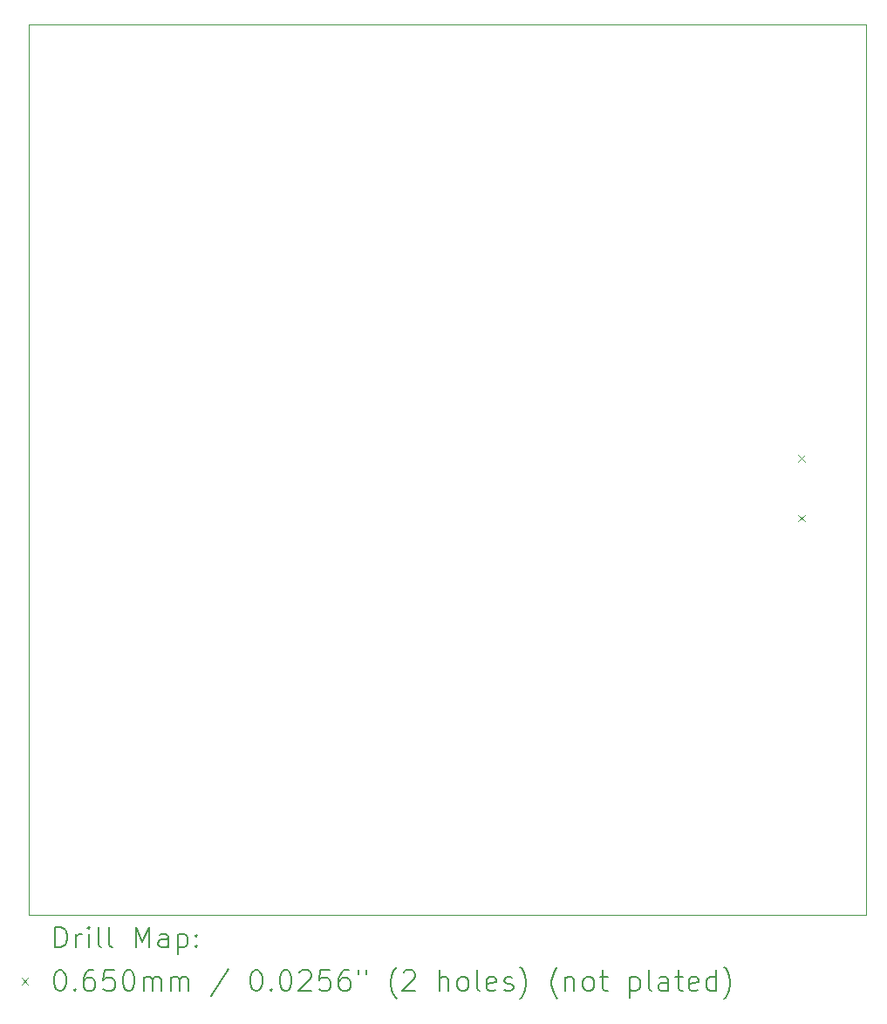
<source format=gbr>
%TF.GenerationSoftware,KiCad,Pcbnew,8.0.3*%
%TF.CreationDate,2024-06-21T15:52:02+03:00*%
%TF.ProjectId,pm,706d2e6b-6963-4616-945f-706362585858,rev?*%
%TF.SameCoordinates,Original*%
%TF.FileFunction,Drillmap*%
%TF.FilePolarity,Positive*%
%FSLAX45Y45*%
G04 Gerber Fmt 4.5, Leading zero omitted, Abs format (unit mm)*
G04 Created by KiCad (PCBNEW 8.0.3) date 2024-06-21 15:52:02*
%MOMM*%
%LPD*%
G01*
G04 APERTURE LIST*
%ADD10C,0.050000*%
%ADD11C,0.200000*%
%ADD12C,0.100000*%
G04 APERTURE END LIST*
D10*
X14478000Y-4699000D02*
X6350000Y-4699000D01*
X6350000Y-4699000D02*
X6350000Y-13335000D01*
X6350000Y-13335000D02*
X14478000Y-13335000D01*
X14478000Y-13335000D02*
X14478000Y-4699000D01*
D11*
D12*
X13823500Y-8873500D02*
X13888500Y-8938500D01*
X13888500Y-8873500D02*
X13823500Y-8938500D01*
X13823500Y-9451500D02*
X13888500Y-9516500D01*
X13888500Y-9451500D02*
X13823500Y-9516500D01*
D11*
X6608277Y-13648984D02*
X6608277Y-13448984D01*
X6608277Y-13448984D02*
X6655896Y-13448984D01*
X6655896Y-13448984D02*
X6684467Y-13458508D01*
X6684467Y-13458508D02*
X6703515Y-13477555D01*
X6703515Y-13477555D02*
X6713039Y-13496603D01*
X6713039Y-13496603D02*
X6722562Y-13534698D01*
X6722562Y-13534698D02*
X6722562Y-13563269D01*
X6722562Y-13563269D02*
X6713039Y-13601365D01*
X6713039Y-13601365D02*
X6703515Y-13620412D01*
X6703515Y-13620412D02*
X6684467Y-13639460D01*
X6684467Y-13639460D02*
X6655896Y-13648984D01*
X6655896Y-13648984D02*
X6608277Y-13648984D01*
X6808277Y-13648984D02*
X6808277Y-13515650D01*
X6808277Y-13553746D02*
X6817801Y-13534698D01*
X6817801Y-13534698D02*
X6827324Y-13525174D01*
X6827324Y-13525174D02*
X6846372Y-13515650D01*
X6846372Y-13515650D02*
X6865420Y-13515650D01*
X6932086Y-13648984D02*
X6932086Y-13515650D01*
X6932086Y-13448984D02*
X6922562Y-13458508D01*
X6922562Y-13458508D02*
X6932086Y-13468031D01*
X6932086Y-13468031D02*
X6941610Y-13458508D01*
X6941610Y-13458508D02*
X6932086Y-13448984D01*
X6932086Y-13448984D02*
X6932086Y-13468031D01*
X7055896Y-13648984D02*
X7036848Y-13639460D01*
X7036848Y-13639460D02*
X7027324Y-13620412D01*
X7027324Y-13620412D02*
X7027324Y-13448984D01*
X7160658Y-13648984D02*
X7141610Y-13639460D01*
X7141610Y-13639460D02*
X7132086Y-13620412D01*
X7132086Y-13620412D02*
X7132086Y-13448984D01*
X7389229Y-13648984D02*
X7389229Y-13448984D01*
X7389229Y-13448984D02*
X7455896Y-13591841D01*
X7455896Y-13591841D02*
X7522562Y-13448984D01*
X7522562Y-13448984D02*
X7522562Y-13648984D01*
X7703515Y-13648984D02*
X7703515Y-13544222D01*
X7703515Y-13544222D02*
X7693991Y-13525174D01*
X7693991Y-13525174D02*
X7674943Y-13515650D01*
X7674943Y-13515650D02*
X7636848Y-13515650D01*
X7636848Y-13515650D02*
X7617801Y-13525174D01*
X7703515Y-13639460D02*
X7684467Y-13648984D01*
X7684467Y-13648984D02*
X7636848Y-13648984D01*
X7636848Y-13648984D02*
X7617801Y-13639460D01*
X7617801Y-13639460D02*
X7608277Y-13620412D01*
X7608277Y-13620412D02*
X7608277Y-13601365D01*
X7608277Y-13601365D02*
X7617801Y-13582317D01*
X7617801Y-13582317D02*
X7636848Y-13572793D01*
X7636848Y-13572793D02*
X7684467Y-13572793D01*
X7684467Y-13572793D02*
X7703515Y-13563269D01*
X7798753Y-13515650D02*
X7798753Y-13715650D01*
X7798753Y-13525174D02*
X7817801Y-13515650D01*
X7817801Y-13515650D02*
X7855896Y-13515650D01*
X7855896Y-13515650D02*
X7874943Y-13525174D01*
X7874943Y-13525174D02*
X7884467Y-13534698D01*
X7884467Y-13534698D02*
X7893991Y-13553746D01*
X7893991Y-13553746D02*
X7893991Y-13610888D01*
X7893991Y-13610888D02*
X7884467Y-13629936D01*
X7884467Y-13629936D02*
X7874943Y-13639460D01*
X7874943Y-13639460D02*
X7855896Y-13648984D01*
X7855896Y-13648984D02*
X7817801Y-13648984D01*
X7817801Y-13648984D02*
X7798753Y-13639460D01*
X7979705Y-13629936D02*
X7989229Y-13639460D01*
X7989229Y-13639460D02*
X7979705Y-13648984D01*
X7979705Y-13648984D02*
X7970182Y-13639460D01*
X7970182Y-13639460D02*
X7979705Y-13629936D01*
X7979705Y-13629936D02*
X7979705Y-13648984D01*
X7979705Y-13525174D02*
X7989229Y-13534698D01*
X7989229Y-13534698D02*
X7979705Y-13544222D01*
X7979705Y-13544222D02*
X7970182Y-13534698D01*
X7970182Y-13534698D02*
X7979705Y-13525174D01*
X7979705Y-13525174D02*
X7979705Y-13544222D01*
D12*
X6282500Y-13945000D02*
X6347500Y-14010000D01*
X6347500Y-13945000D02*
X6282500Y-14010000D01*
D11*
X6646372Y-13868984D02*
X6665420Y-13868984D01*
X6665420Y-13868984D02*
X6684467Y-13878508D01*
X6684467Y-13878508D02*
X6693991Y-13888031D01*
X6693991Y-13888031D02*
X6703515Y-13907079D01*
X6703515Y-13907079D02*
X6713039Y-13945174D01*
X6713039Y-13945174D02*
X6713039Y-13992793D01*
X6713039Y-13992793D02*
X6703515Y-14030888D01*
X6703515Y-14030888D02*
X6693991Y-14049936D01*
X6693991Y-14049936D02*
X6684467Y-14059460D01*
X6684467Y-14059460D02*
X6665420Y-14068984D01*
X6665420Y-14068984D02*
X6646372Y-14068984D01*
X6646372Y-14068984D02*
X6627324Y-14059460D01*
X6627324Y-14059460D02*
X6617801Y-14049936D01*
X6617801Y-14049936D02*
X6608277Y-14030888D01*
X6608277Y-14030888D02*
X6598753Y-13992793D01*
X6598753Y-13992793D02*
X6598753Y-13945174D01*
X6598753Y-13945174D02*
X6608277Y-13907079D01*
X6608277Y-13907079D02*
X6617801Y-13888031D01*
X6617801Y-13888031D02*
X6627324Y-13878508D01*
X6627324Y-13878508D02*
X6646372Y-13868984D01*
X6798753Y-14049936D02*
X6808277Y-14059460D01*
X6808277Y-14059460D02*
X6798753Y-14068984D01*
X6798753Y-14068984D02*
X6789229Y-14059460D01*
X6789229Y-14059460D02*
X6798753Y-14049936D01*
X6798753Y-14049936D02*
X6798753Y-14068984D01*
X6979705Y-13868984D02*
X6941610Y-13868984D01*
X6941610Y-13868984D02*
X6922562Y-13878508D01*
X6922562Y-13878508D02*
X6913039Y-13888031D01*
X6913039Y-13888031D02*
X6893991Y-13916603D01*
X6893991Y-13916603D02*
X6884467Y-13954698D01*
X6884467Y-13954698D02*
X6884467Y-14030888D01*
X6884467Y-14030888D02*
X6893991Y-14049936D01*
X6893991Y-14049936D02*
X6903515Y-14059460D01*
X6903515Y-14059460D02*
X6922562Y-14068984D01*
X6922562Y-14068984D02*
X6960658Y-14068984D01*
X6960658Y-14068984D02*
X6979705Y-14059460D01*
X6979705Y-14059460D02*
X6989229Y-14049936D01*
X6989229Y-14049936D02*
X6998753Y-14030888D01*
X6998753Y-14030888D02*
X6998753Y-13983269D01*
X6998753Y-13983269D02*
X6989229Y-13964222D01*
X6989229Y-13964222D02*
X6979705Y-13954698D01*
X6979705Y-13954698D02*
X6960658Y-13945174D01*
X6960658Y-13945174D02*
X6922562Y-13945174D01*
X6922562Y-13945174D02*
X6903515Y-13954698D01*
X6903515Y-13954698D02*
X6893991Y-13964222D01*
X6893991Y-13964222D02*
X6884467Y-13983269D01*
X7179705Y-13868984D02*
X7084467Y-13868984D01*
X7084467Y-13868984D02*
X7074943Y-13964222D01*
X7074943Y-13964222D02*
X7084467Y-13954698D01*
X7084467Y-13954698D02*
X7103515Y-13945174D01*
X7103515Y-13945174D02*
X7151134Y-13945174D01*
X7151134Y-13945174D02*
X7170182Y-13954698D01*
X7170182Y-13954698D02*
X7179705Y-13964222D01*
X7179705Y-13964222D02*
X7189229Y-13983269D01*
X7189229Y-13983269D02*
X7189229Y-14030888D01*
X7189229Y-14030888D02*
X7179705Y-14049936D01*
X7179705Y-14049936D02*
X7170182Y-14059460D01*
X7170182Y-14059460D02*
X7151134Y-14068984D01*
X7151134Y-14068984D02*
X7103515Y-14068984D01*
X7103515Y-14068984D02*
X7084467Y-14059460D01*
X7084467Y-14059460D02*
X7074943Y-14049936D01*
X7313039Y-13868984D02*
X7332086Y-13868984D01*
X7332086Y-13868984D02*
X7351134Y-13878508D01*
X7351134Y-13878508D02*
X7360658Y-13888031D01*
X7360658Y-13888031D02*
X7370182Y-13907079D01*
X7370182Y-13907079D02*
X7379705Y-13945174D01*
X7379705Y-13945174D02*
X7379705Y-13992793D01*
X7379705Y-13992793D02*
X7370182Y-14030888D01*
X7370182Y-14030888D02*
X7360658Y-14049936D01*
X7360658Y-14049936D02*
X7351134Y-14059460D01*
X7351134Y-14059460D02*
X7332086Y-14068984D01*
X7332086Y-14068984D02*
X7313039Y-14068984D01*
X7313039Y-14068984D02*
X7293991Y-14059460D01*
X7293991Y-14059460D02*
X7284467Y-14049936D01*
X7284467Y-14049936D02*
X7274943Y-14030888D01*
X7274943Y-14030888D02*
X7265420Y-13992793D01*
X7265420Y-13992793D02*
X7265420Y-13945174D01*
X7265420Y-13945174D02*
X7274943Y-13907079D01*
X7274943Y-13907079D02*
X7284467Y-13888031D01*
X7284467Y-13888031D02*
X7293991Y-13878508D01*
X7293991Y-13878508D02*
X7313039Y-13868984D01*
X7465420Y-14068984D02*
X7465420Y-13935650D01*
X7465420Y-13954698D02*
X7474943Y-13945174D01*
X7474943Y-13945174D02*
X7493991Y-13935650D01*
X7493991Y-13935650D02*
X7522563Y-13935650D01*
X7522563Y-13935650D02*
X7541610Y-13945174D01*
X7541610Y-13945174D02*
X7551134Y-13964222D01*
X7551134Y-13964222D02*
X7551134Y-14068984D01*
X7551134Y-13964222D02*
X7560658Y-13945174D01*
X7560658Y-13945174D02*
X7579705Y-13935650D01*
X7579705Y-13935650D02*
X7608277Y-13935650D01*
X7608277Y-13935650D02*
X7627324Y-13945174D01*
X7627324Y-13945174D02*
X7636848Y-13964222D01*
X7636848Y-13964222D02*
X7636848Y-14068984D01*
X7732086Y-14068984D02*
X7732086Y-13935650D01*
X7732086Y-13954698D02*
X7741610Y-13945174D01*
X7741610Y-13945174D02*
X7760658Y-13935650D01*
X7760658Y-13935650D02*
X7789229Y-13935650D01*
X7789229Y-13935650D02*
X7808277Y-13945174D01*
X7808277Y-13945174D02*
X7817801Y-13964222D01*
X7817801Y-13964222D02*
X7817801Y-14068984D01*
X7817801Y-13964222D02*
X7827324Y-13945174D01*
X7827324Y-13945174D02*
X7846372Y-13935650D01*
X7846372Y-13935650D02*
X7874943Y-13935650D01*
X7874943Y-13935650D02*
X7893991Y-13945174D01*
X7893991Y-13945174D02*
X7903515Y-13964222D01*
X7903515Y-13964222D02*
X7903515Y-14068984D01*
X8293991Y-13859460D02*
X8122563Y-14116603D01*
X8551134Y-13868984D02*
X8570182Y-13868984D01*
X8570182Y-13868984D02*
X8589229Y-13878508D01*
X8589229Y-13878508D02*
X8598753Y-13888031D01*
X8598753Y-13888031D02*
X8608277Y-13907079D01*
X8608277Y-13907079D02*
X8617801Y-13945174D01*
X8617801Y-13945174D02*
X8617801Y-13992793D01*
X8617801Y-13992793D02*
X8608277Y-14030888D01*
X8608277Y-14030888D02*
X8598753Y-14049936D01*
X8598753Y-14049936D02*
X8589229Y-14059460D01*
X8589229Y-14059460D02*
X8570182Y-14068984D01*
X8570182Y-14068984D02*
X8551134Y-14068984D01*
X8551134Y-14068984D02*
X8532087Y-14059460D01*
X8532087Y-14059460D02*
X8522563Y-14049936D01*
X8522563Y-14049936D02*
X8513039Y-14030888D01*
X8513039Y-14030888D02*
X8503515Y-13992793D01*
X8503515Y-13992793D02*
X8503515Y-13945174D01*
X8503515Y-13945174D02*
X8513039Y-13907079D01*
X8513039Y-13907079D02*
X8522563Y-13888031D01*
X8522563Y-13888031D02*
X8532087Y-13878508D01*
X8532087Y-13878508D02*
X8551134Y-13868984D01*
X8703515Y-14049936D02*
X8713039Y-14059460D01*
X8713039Y-14059460D02*
X8703515Y-14068984D01*
X8703515Y-14068984D02*
X8693991Y-14059460D01*
X8693991Y-14059460D02*
X8703515Y-14049936D01*
X8703515Y-14049936D02*
X8703515Y-14068984D01*
X8836848Y-13868984D02*
X8855896Y-13868984D01*
X8855896Y-13868984D02*
X8874944Y-13878508D01*
X8874944Y-13878508D02*
X8884468Y-13888031D01*
X8884468Y-13888031D02*
X8893991Y-13907079D01*
X8893991Y-13907079D02*
X8903515Y-13945174D01*
X8903515Y-13945174D02*
X8903515Y-13992793D01*
X8903515Y-13992793D02*
X8893991Y-14030888D01*
X8893991Y-14030888D02*
X8884468Y-14049936D01*
X8884468Y-14049936D02*
X8874944Y-14059460D01*
X8874944Y-14059460D02*
X8855896Y-14068984D01*
X8855896Y-14068984D02*
X8836848Y-14068984D01*
X8836848Y-14068984D02*
X8817801Y-14059460D01*
X8817801Y-14059460D02*
X8808277Y-14049936D01*
X8808277Y-14049936D02*
X8798753Y-14030888D01*
X8798753Y-14030888D02*
X8789229Y-13992793D01*
X8789229Y-13992793D02*
X8789229Y-13945174D01*
X8789229Y-13945174D02*
X8798753Y-13907079D01*
X8798753Y-13907079D02*
X8808277Y-13888031D01*
X8808277Y-13888031D02*
X8817801Y-13878508D01*
X8817801Y-13878508D02*
X8836848Y-13868984D01*
X8979706Y-13888031D02*
X8989229Y-13878508D01*
X8989229Y-13878508D02*
X9008277Y-13868984D01*
X9008277Y-13868984D02*
X9055896Y-13868984D01*
X9055896Y-13868984D02*
X9074944Y-13878508D01*
X9074944Y-13878508D02*
X9084468Y-13888031D01*
X9084468Y-13888031D02*
X9093991Y-13907079D01*
X9093991Y-13907079D02*
X9093991Y-13926127D01*
X9093991Y-13926127D02*
X9084468Y-13954698D01*
X9084468Y-13954698D02*
X8970182Y-14068984D01*
X8970182Y-14068984D02*
X9093991Y-14068984D01*
X9274944Y-13868984D02*
X9179706Y-13868984D01*
X9179706Y-13868984D02*
X9170182Y-13964222D01*
X9170182Y-13964222D02*
X9179706Y-13954698D01*
X9179706Y-13954698D02*
X9198753Y-13945174D01*
X9198753Y-13945174D02*
X9246372Y-13945174D01*
X9246372Y-13945174D02*
X9265420Y-13954698D01*
X9265420Y-13954698D02*
X9274944Y-13964222D01*
X9274944Y-13964222D02*
X9284468Y-13983269D01*
X9284468Y-13983269D02*
X9284468Y-14030888D01*
X9284468Y-14030888D02*
X9274944Y-14049936D01*
X9274944Y-14049936D02*
X9265420Y-14059460D01*
X9265420Y-14059460D02*
X9246372Y-14068984D01*
X9246372Y-14068984D02*
X9198753Y-14068984D01*
X9198753Y-14068984D02*
X9179706Y-14059460D01*
X9179706Y-14059460D02*
X9170182Y-14049936D01*
X9455896Y-13868984D02*
X9417801Y-13868984D01*
X9417801Y-13868984D02*
X9398753Y-13878508D01*
X9398753Y-13878508D02*
X9389229Y-13888031D01*
X9389229Y-13888031D02*
X9370182Y-13916603D01*
X9370182Y-13916603D02*
X9360658Y-13954698D01*
X9360658Y-13954698D02*
X9360658Y-14030888D01*
X9360658Y-14030888D02*
X9370182Y-14049936D01*
X9370182Y-14049936D02*
X9379706Y-14059460D01*
X9379706Y-14059460D02*
X9398753Y-14068984D01*
X9398753Y-14068984D02*
X9436849Y-14068984D01*
X9436849Y-14068984D02*
X9455896Y-14059460D01*
X9455896Y-14059460D02*
X9465420Y-14049936D01*
X9465420Y-14049936D02*
X9474944Y-14030888D01*
X9474944Y-14030888D02*
X9474944Y-13983269D01*
X9474944Y-13983269D02*
X9465420Y-13964222D01*
X9465420Y-13964222D02*
X9455896Y-13954698D01*
X9455896Y-13954698D02*
X9436849Y-13945174D01*
X9436849Y-13945174D02*
X9398753Y-13945174D01*
X9398753Y-13945174D02*
X9379706Y-13954698D01*
X9379706Y-13954698D02*
X9370182Y-13964222D01*
X9370182Y-13964222D02*
X9360658Y-13983269D01*
X9551134Y-13868984D02*
X9551134Y-13907079D01*
X9627325Y-13868984D02*
X9627325Y-13907079D01*
X9922563Y-14145174D02*
X9913039Y-14135650D01*
X9913039Y-14135650D02*
X9893991Y-14107079D01*
X9893991Y-14107079D02*
X9884468Y-14088031D01*
X9884468Y-14088031D02*
X9874944Y-14059460D01*
X9874944Y-14059460D02*
X9865420Y-14011841D01*
X9865420Y-14011841D02*
X9865420Y-13973746D01*
X9865420Y-13973746D02*
X9874944Y-13926127D01*
X9874944Y-13926127D02*
X9884468Y-13897555D01*
X9884468Y-13897555D02*
X9893991Y-13878508D01*
X9893991Y-13878508D02*
X9913039Y-13849936D01*
X9913039Y-13849936D02*
X9922563Y-13840412D01*
X9989230Y-13888031D02*
X9998753Y-13878508D01*
X9998753Y-13878508D02*
X10017801Y-13868984D01*
X10017801Y-13868984D02*
X10065420Y-13868984D01*
X10065420Y-13868984D02*
X10084468Y-13878508D01*
X10084468Y-13878508D02*
X10093991Y-13888031D01*
X10093991Y-13888031D02*
X10103515Y-13907079D01*
X10103515Y-13907079D02*
X10103515Y-13926127D01*
X10103515Y-13926127D02*
X10093991Y-13954698D01*
X10093991Y-13954698D02*
X9979706Y-14068984D01*
X9979706Y-14068984D02*
X10103515Y-14068984D01*
X10341611Y-14068984D02*
X10341611Y-13868984D01*
X10427325Y-14068984D02*
X10427325Y-13964222D01*
X10427325Y-13964222D02*
X10417801Y-13945174D01*
X10417801Y-13945174D02*
X10398753Y-13935650D01*
X10398753Y-13935650D02*
X10370182Y-13935650D01*
X10370182Y-13935650D02*
X10351134Y-13945174D01*
X10351134Y-13945174D02*
X10341611Y-13954698D01*
X10551134Y-14068984D02*
X10532087Y-14059460D01*
X10532087Y-14059460D02*
X10522563Y-14049936D01*
X10522563Y-14049936D02*
X10513039Y-14030888D01*
X10513039Y-14030888D02*
X10513039Y-13973746D01*
X10513039Y-13973746D02*
X10522563Y-13954698D01*
X10522563Y-13954698D02*
X10532087Y-13945174D01*
X10532087Y-13945174D02*
X10551134Y-13935650D01*
X10551134Y-13935650D02*
X10579706Y-13935650D01*
X10579706Y-13935650D02*
X10598753Y-13945174D01*
X10598753Y-13945174D02*
X10608277Y-13954698D01*
X10608277Y-13954698D02*
X10617801Y-13973746D01*
X10617801Y-13973746D02*
X10617801Y-14030888D01*
X10617801Y-14030888D02*
X10608277Y-14049936D01*
X10608277Y-14049936D02*
X10598753Y-14059460D01*
X10598753Y-14059460D02*
X10579706Y-14068984D01*
X10579706Y-14068984D02*
X10551134Y-14068984D01*
X10732087Y-14068984D02*
X10713039Y-14059460D01*
X10713039Y-14059460D02*
X10703515Y-14040412D01*
X10703515Y-14040412D02*
X10703515Y-13868984D01*
X10884468Y-14059460D02*
X10865420Y-14068984D01*
X10865420Y-14068984D02*
X10827325Y-14068984D01*
X10827325Y-14068984D02*
X10808277Y-14059460D01*
X10808277Y-14059460D02*
X10798753Y-14040412D01*
X10798753Y-14040412D02*
X10798753Y-13964222D01*
X10798753Y-13964222D02*
X10808277Y-13945174D01*
X10808277Y-13945174D02*
X10827325Y-13935650D01*
X10827325Y-13935650D02*
X10865420Y-13935650D01*
X10865420Y-13935650D02*
X10884468Y-13945174D01*
X10884468Y-13945174D02*
X10893992Y-13964222D01*
X10893992Y-13964222D02*
X10893992Y-13983269D01*
X10893992Y-13983269D02*
X10798753Y-14002317D01*
X10970182Y-14059460D02*
X10989230Y-14068984D01*
X10989230Y-14068984D02*
X11027325Y-14068984D01*
X11027325Y-14068984D02*
X11046373Y-14059460D01*
X11046373Y-14059460D02*
X11055896Y-14040412D01*
X11055896Y-14040412D02*
X11055896Y-14030888D01*
X11055896Y-14030888D02*
X11046373Y-14011841D01*
X11046373Y-14011841D02*
X11027325Y-14002317D01*
X11027325Y-14002317D02*
X10998753Y-14002317D01*
X10998753Y-14002317D02*
X10979706Y-13992793D01*
X10979706Y-13992793D02*
X10970182Y-13973746D01*
X10970182Y-13973746D02*
X10970182Y-13964222D01*
X10970182Y-13964222D02*
X10979706Y-13945174D01*
X10979706Y-13945174D02*
X10998753Y-13935650D01*
X10998753Y-13935650D02*
X11027325Y-13935650D01*
X11027325Y-13935650D02*
X11046373Y-13945174D01*
X11122563Y-14145174D02*
X11132087Y-14135650D01*
X11132087Y-14135650D02*
X11151134Y-14107079D01*
X11151134Y-14107079D02*
X11160658Y-14088031D01*
X11160658Y-14088031D02*
X11170182Y-14059460D01*
X11170182Y-14059460D02*
X11179706Y-14011841D01*
X11179706Y-14011841D02*
X11179706Y-13973746D01*
X11179706Y-13973746D02*
X11170182Y-13926127D01*
X11170182Y-13926127D02*
X11160658Y-13897555D01*
X11160658Y-13897555D02*
X11151134Y-13878508D01*
X11151134Y-13878508D02*
X11132087Y-13849936D01*
X11132087Y-13849936D02*
X11122563Y-13840412D01*
X11484468Y-14145174D02*
X11474944Y-14135650D01*
X11474944Y-14135650D02*
X11455896Y-14107079D01*
X11455896Y-14107079D02*
X11446372Y-14088031D01*
X11446372Y-14088031D02*
X11436849Y-14059460D01*
X11436849Y-14059460D02*
X11427325Y-14011841D01*
X11427325Y-14011841D02*
X11427325Y-13973746D01*
X11427325Y-13973746D02*
X11436849Y-13926127D01*
X11436849Y-13926127D02*
X11446372Y-13897555D01*
X11446372Y-13897555D02*
X11455896Y-13878508D01*
X11455896Y-13878508D02*
X11474944Y-13849936D01*
X11474944Y-13849936D02*
X11484468Y-13840412D01*
X11560658Y-13935650D02*
X11560658Y-14068984D01*
X11560658Y-13954698D02*
X11570182Y-13945174D01*
X11570182Y-13945174D02*
X11589230Y-13935650D01*
X11589230Y-13935650D02*
X11617801Y-13935650D01*
X11617801Y-13935650D02*
X11636849Y-13945174D01*
X11636849Y-13945174D02*
X11646372Y-13964222D01*
X11646372Y-13964222D02*
X11646372Y-14068984D01*
X11770182Y-14068984D02*
X11751134Y-14059460D01*
X11751134Y-14059460D02*
X11741611Y-14049936D01*
X11741611Y-14049936D02*
X11732087Y-14030888D01*
X11732087Y-14030888D02*
X11732087Y-13973746D01*
X11732087Y-13973746D02*
X11741611Y-13954698D01*
X11741611Y-13954698D02*
X11751134Y-13945174D01*
X11751134Y-13945174D02*
X11770182Y-13935650D01*
X11770182Y-13935650D02*
X11798753Y-13935650D01*
X11798753Y-13935650D02*
X11817801Y-13945174D01*
X11817801Y-13945174D02*
X11827325Y-13954698D01*
X11827325Y-13954698D02*
X11836849Y-13973746D01*
X11836849Y-13973746D02*
X11836849Y-14030888D01*
X11836849Y-14030888D02*
X11827325Y-14049936D01*
X11827325Y-14049936D02*
X11817801Y-14059460D01*
X11817801Y-14059460D02*
X11798753Y-14068984D01*
X11798753Y-14068984D02*
X11770182Y-14068984D01*
X11893992Y-13935650D02*
X11970182Y-13935650D01*
X11922563Y-13868984D02*
X11922563Y-14040412D01*
X11922563Y-14040412D02*
X11932087Y-14059460D01*
X11932087Y-14059460D02*
X11951134Y-14068984D01*
X11951134Y-14068984D02*
X11970182Y-14068984D01*
X12189230Y-13935650D02*
X12189230Y-14135650D01*
X12189230Y-13945174D02*
X12208277Y-13935650D01*
X12208277Y-13935650D02*
X12246373Y-13935650D01*
X12246373Y-13935650D02*
X12265420Y-13945174D01*
X12265420Y-13945174D02*
X12274944Y-13954698D01*
X12274944Y-13954698D02*
X12284468Y-13973746D01*
X12284468Y-13973746D02*
X12284468Y-14030888D01*
X12284468Y-14030888D02*
X12274944Y-14049936D01*
X12274944Y-14049936D02*
X12265420Y-14059460D01*
X12265420Y-14059460D02*
X12246373Y-14068984D01*
X12246373Y-14068984D02*
X12208277Y-14068984D01*
X12208277Y-14068984D02*
X12189230Y-14059460D01*
X12398753Y-14068984D02*
X12379706Y-14059460D01*
X12379706Y-14059460D02*
X12370182Y-14040412D01*
X12370182Y-14040412D02*
X12370182Y-13868984D01*
X12560658Y-14068984D02*
X12560658Y-13964222D01*
X12560658Y-13964222D02*
X12551134Y-13945174D01*
X12551134Y-13945174D02*
X12532087Y-13935650D01*
X12532087Y-13935650D02*
X12493992Y-13935650D01*
X12493992Y-13935650D02*
X12474944Y-13945174D01*
X12560658Y-14059460D02*
X12541611Y-14068984D01*
X12541611Y-14068984D02*
X12493992Y-14068984D01*
X12493992Y-14068984D02*
X12474944Y-14059460D01*
X12474944Y-14059460D02*
X12465420Y-14040412D01*
X12465420Y-14040412D02*
X12465420Y-14021365D01*
X12465420Y-14021365D02*
X12474944Y-14002317D01*
X12474944Y-14002317D02*
X12493992Y-13992793D01*
X12493992Y-13992793D02*
X12541611Y-13992793D01*
X12541611Y-13992793D02*
X12560658Y-13983269D01*
X12627325Y-13935650D02*
X12703515Y-13935650D01*
X12655896Y-13868984D02*
X12655896Y-14040412D01*
X12655896Y-14040412D02*
X12665420Y-14059460D01*
X12665420Y-14059460D02*
X12684468Y-14068984D01*
X12684468Y-14068984D02*
X12703515Y-14068984D01*
X12846373Y-14059460D02*
X12827325Y-14068984D01*
X12827325Y-14068984D02*
X12789230Y-14068984D01*
X12789230Y-14068984D02*
X12770182Y-14059460D01*
X12770182Y-14059460D02*
X12760658Y-14040412D01*
X12760658Y-14040412D02*
X12760658Y-13964222D01*
X12760658Y-13964222D02*
X12770182Y-13945174D01*
X12770182Y-13945174D02*
X12789230Y-13935650D01*
X12789230Y-13935650D02*
X12827325Y-13935650D01*
X12827325Y-13935650D02*
X12846373Y-13945174D01*
X12846373Y-13945174D02*
X12855896Y-13964222D01*
X12855896Y-13964222D02*
X12855896Y-13983269D01*
X12855896Y-13983269D02*
X12760658Y-14002317D01*
X13027325Y-14068984D02*
X13027325Y-13868984D01*
X13027325Y-14059460D02*
X13008277Y-14068984D01*
X13008277Y-14068984D02*
X12970182Y-14068984D01*
X12970182Y-14068984D02*
X12951134Y-14059460D01*
X12951134Y-14059460D02*
X12941611Y-14049936D01*
X12941611Y-14049936D02*
X12932087Y-14030888D01*
X12932087Y-14030888D02*
X12932087Y-13973746D01*
X12932087Y-13973746D02*
X12941611Y-13954698D01*
X12941611Y-13954698D02*
X12951134Y-13945174D01*
X12951134Y-13945174D02*
X12970182Y-13935650D01*
X12970182Y-13935650D02*
X13008277Y-13935650D01*
X13008277Y-13935650D02*
X13027325Y-13945174D01*
X13103515Y-14145174D02*
X13113039Y-14135650D01*
X13113039Y-14135650D02*
X13132087Y-14107079D01*
X13132087Y-14107079D02*
X13141611Y-14088031D01*
X13141611Y-14088031D02*
X13151134Y-14059460D01*
X13151134Y-14059460D02*
X13160658Y-14011841D01*
X13160658Y-14011841D02*
X13160658Y-13973746D01*
X13160658Y-13973746D02*
X13151134Y-13926127D01*
X13151134Y-13926127D02*
X13141611Y-13897555D01*
X13141611Y-13897555D02*
X13132087Y-13878508D01*
X13132087Y-13878508D02*
X13113039Y-13849936D01*
X13113039Y-13849936D02*
X13103515Y-13840412D01*
M02*

</source>
